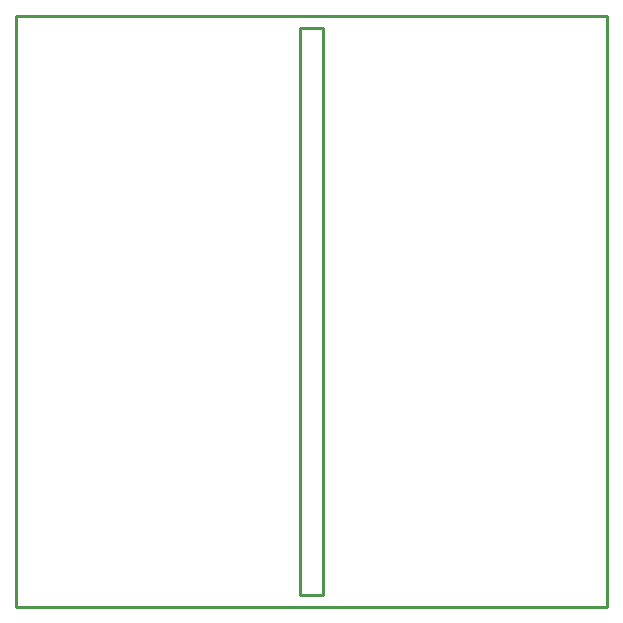
<source format=gko>
%FSTAX24Y24*%
%MOIN*%
G70*
G01*
G75*
G04 Layer_Color=16711935*
%ADD10R,0.0472X0.0217*%
%ADD11R,0.0472X0.0256*%
%ADD12R,0.0315X0.0374*%
%ADD13R,0.0630X0.0492*%
%ADD14R,0.0374X0.0315*%
%ADD15C,0.0197*%
%ADD16O,0.0217X0.0650*%
%ADD17O,0.0650X0.0217*%
%ADD18R,0.0472X0.0472*%
G04:AMPARAMS|DCode=19|XSize=21.7mil|YSize=47.2mil|CornerRadius=0mil|HoleSize=0mil|Usage=FLASHONLY|Rotation=180.000|XOffset=0mil|YOffset=0mil|HoleType=Round|Shape=Octagon|*
%AMOCTAGOND19*
4,1,8,0.0054,-0.0236,-0.0054,-0.0236,-0.0108,-0.0182,-0.0108,0.0182,-0.0054,0.0236,0.0054,0.0236,0.0108,0.0182,0.0108,-0.0182,0.0054,-0.0236,0.0*
%
%ADD19OCTAGOND19*%

%ADD20R,0.0217X0.0472*%
%ADD21R,0.0900X0.2200*%
%ADD22O,0.0394X0.0906*%
%ADD23O,0.0945X0.0236*%
%ADD24R,0.0945X0.0236*%
%ADD25R,0.0551X0.0591*%
%ADD26R,0.0591X0.0551*%
%ADD27R,0.0512X0.0394*%
%ADD28R,0.0709X0.1772*%
%ADD29C,0.0100*%
%ADD30C,0.0787*%
%ADD31C,0.0591*%
%ADD32C,0.0591*%
%ADD33R,0.0591X0.0591*%
%ADD34R,0.0591X0.0591*%
%ADD35C,0.0866*%
%ADD36C,0.0984*%
%ADD37C,0.0320*%
%ADD38C,0.0236*%
%ADD39C,0.0098*%
%ADD40C,0.0079*%
%ADD41C,0.0080*%
%ADD42C,0.0020*%
%ADD43C,0.0040*%
%ADD44R,0.0512X0.0256*%
%ADD45R,0.0552X0.0336*%
%ADD46R,0.0395X0.0454*%
%ADD47R,0.0710X0.0572*%
%ADD48R,0.0454X0.0395*%
%ADD49C,0.0277*%
%ADD50O,0.0297X0.0730*%
%ADD51O,0.0730X0.0297*%
%ADD52R,0.0552X0.0552*%
G04:AMPARAMS|DCode=53|XSize=25.6mil|YSize=51.2mil|CornerRadius=0mil|HoleSize=0mil|Usage=FLASHONLY|Rotation=180.000|XOffset=0mil|YOffset=0mil|HoleType=Round|Shape=Octagon|*
%AMOCTAGOND53*
4,1,8,0.0064,-0.0256,-0.0064,-0.0256,-0.0128,-0.0192,-0.0128,0.0192,-0.0064,0.0256,0.0064,0.0256,0.0128,0.0192,0.0128,-0.0192,0.0064,-0.0256,0.0*
%
%ADD53OCTAGOND53*%

%ADD54R,0.0256X0.0512*%
%ADD55R,0.0980X0.2280*%
%ADD56O,0.0474X0.0986*%
%ADD57O,0.1025X0.0316*%
%ADD58R,0.1025X0.0316*%
%ADD59R,0.0631X0.0671*%
%ADD60R,0.0671X0.0631*%
%ADD61R,0.0592X0.0474*%
%ADD62R,0.0789X0.1852*%
%ADD63C,0.0867*%
%ADD64C,0.0671*%
%ADD65C,0.0671*%
%ADD66R,0.0671X0.0671*%
%ADD67R,0.0671X0.0671*%
%ADD68C,0.0946*%
%ADD69C,0.1064*%
%ADD70C,0.0400*%
D29*
X043307Y025984D02*
Y044882D01*
X023622Y045276D02*
X043307D01*
Y025591D02*
Y045276D01*
X023622Y025591D02*
Y045276D01*
Y025591D02*
X043307D01*
X033071Y044882D02*
X033858D01*
Y025984D02*
Y044882D01*
X033071Y025984D02*
X033858D01*
X033071D02*
Y044882D01*
M02*

</source>
